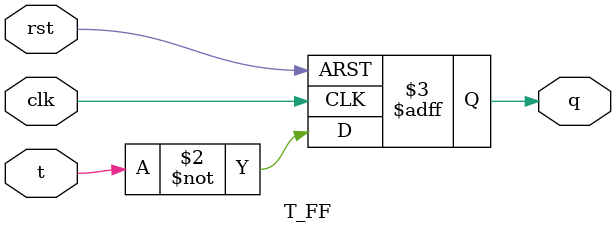
<source format=v>
module T_FF(
    input t,
    input clk,
    input rst, 
    output reg q
    );//asynchronous
    always @(posedge clk or posedge rst) begin
        if(rst)
            q<= 1'b0;
        else
            q <= ~t;
    end
endmodule

</source>
